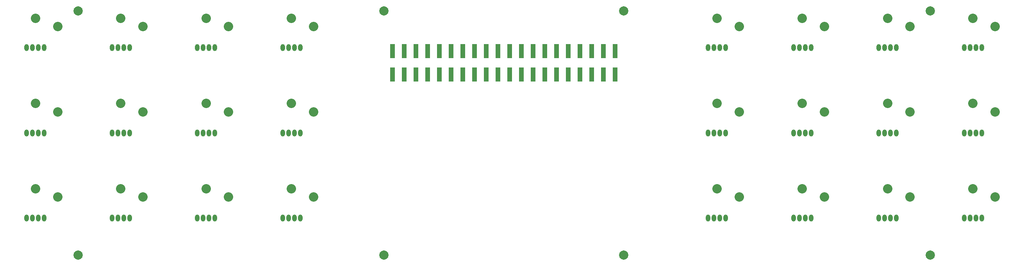
<source format=gts>
G04 #@! TF.FileFunction,Soldermask,Top*
%FSLAX46Y46*%
G04 Gerber Fmt 4.6, Leading zero omitted, Abs format (unit mm)*
G04 Created by KiCad (PCBNEW 4.0.7) date 09/25/20 21:30:28*
%MOMM*%
%LPD*%
G01*
G04 APERTURE LIST*
%ADD10C,0.200000*%
%ADD11O,1.000000X1.500000*%
%ADD12R,1.000000X3.150000*%
%ADD13C,2.000000*%
%ADD14C,2.032000*%
G04 APERTURE END LIST*
D10*
D11*
X272905000Y-136500000D03*
X271635000Y-136500000D03*
X270365000Y-136500000D03*
X269095000Y-136500000D03*
X254405000Y-136500000D03*
X253135000Y-136500000D03*
X251865000Y-136500000D03*
X250595000Y-136500000D03*
X235905000Y-136500000D03*
X234635000Y-136500000D03*
X233365000Y-136500000D03*
X232095000Y-136500000D03*
X217405000Y-136500000D03*
X216135000Y-136500000D03*
X214865000Y-136500000D03*
X213595000Y-136500000D03*
X272905000Y-118000000D03*
X271635000Y-118000000D03*
X270365000Y-118000000D03*
X269095000Y-118000000D03*
X254405000Y-118000000D03*
X253135000Y-118000000D03*
X251865000Y-118000000D03*
X250595000Y-118000000D03*
X235905000Y-118000000D03*
X234635000Y-118000000D03*
X233365000Y-118000000D03*
X232095000Y-118000000D03*
X217405000Y-118000000D03*
X216135000Y-118000000D03*
X214865000Y-118000000D03*
X213595000Y-118000000D03*
X272905000Y-99500000D03*
X271635000Y-99500000D03*
X270365000Y-99500000D03*
X269095000Y-99500000D03*
X254405000Y-99500000D03*
X253135000Y-99500000D03*
X251865000Y-99500000D03*
X250595000Y-99500000D03*
X235905000Y-99500000D03*
X234635000Y-99500000D03*
X233365000Y-99500000D03*
X232095000Y-99500000D03*
X217405000Y-99500000D03*
X216135000Y-99500000D03*
X214865000Y-99500000D03*
X213595000Y-99500000D03*
D12*
X145120000Y-105275000D03*
X145120000Y-100225000D03*
X147660000Y-105275000D03*
X147660000Y-100225000D03*
X150200000Y-105275000D03*
X150200000Y-100225000D03*
X152740000Y-105275000D03*
X152740000Y-100225000D03*
X155280000Y-105275000D03*
X155280000Y-100225000D03*
X157820000Y-105275000D03*
X157820000Y-100225000D03*
X160360000Y-105275000D03*
X160360000Y-100225000D03*
X162900000Y-105275000D03*
X162900000Y-100225000D03*
X165440000Y-105275000D03*
X165440000Y-100225000D03*
X167980000Y-105275000D03*
X167980000Y-100225000D03*
X170520000Y-105275000D03*
X170520000Y-100225000D03*
X173060000Y-105275000D03*
X173060000Y-100225000D03*
X175600000Y-105275000D03*
X175600000Y-100225000D03*
X178140000Y-105275000D03*
X178140000Y-100225000D03*
X180680000Y-105275000D03*
X180680000Y-100225000D03*
X183220000Y-105275000D03*
X183220000Y-100225000D03*
X185760000Y-105275000D03*
X185760000Y-100225000D03*
X188300000Y-105275000D03*
X188300000Y-100225000D03*
X190840000Y-105275000D03*
X190840000Y-100225000D03*
X193380000Y-105275000D03*
X193380000Y-100225000D03*
D11*
X69655000Y-99500000D03*
X68385000Y-99500000D03*
X67115000Y-99500000D03*
X65845000Y-99500000D03*
X88155000Y-99500000D03*
X86885000Y-99500000D03*
X85615000Y-99500000D03*
X84345000Y-99500000D03*
X106655000Y-99500000D03*
X105385000Y-99500000D03*
X104115000Y-99500000D03*
X102845000Y-99500000D03*
X125155000Y-99500000D03*
X123885000Y-99500000D03*
X122615000Y-99500000D03*
X121345000Y-99500000D03*
X69655000Y-118000000D03*
X68385000Y-118000000D03*
X67115000Y-118000000D03*
X65845000Y-118000000D03*
X88155000Y-118000000D03*
X86885000Y-118000000D03*
X85615000Y-118000000D03*
X84345000Y-118000000D03*
X106655000Y-118000000D03*
X105385000Y-118000000D03*
X104115000Y-118000000D03*
X102845000Y-118000000D03*
X125155000Y-118000000D03*
X123885000Y-118000000D03*
X122615000Y-118000000D03*
X121345000Y-118000000D03*
X69655000Y-136500000D03*
X68385000Y-136500000D03*
X67115000Y-136500000D03*
X65845000Y-136500000D03*
X88155000Y-136500000D03*
X86885000Y-136500000D03*
X85615000Y-136500000D03*
X84345000Y-136500000D03*
X106655000Y-136500000D03*
X105385000Y-136500000D03*
X104115000Y-136500000D03*
X102845000Y-136500000D03*
X125155000Y-136500000D03*
X123885000Y-136500000D03*
X122615000Y-136500000D03*
X121345000Y-136500000D03*
D13*
X77000000Y-144500000D03*
X77000000Y-91500000D03*
X261750000Y-91500000D03*
X261750000Y-144500000D03*
X143250000Y-144500000D03*
X195250000Y-144500000D03*
X143250000Y-91500000D03*
X195250000Y-91500000D03*
D14*
X72550000Y-94900000D03*
X67750000Y-93100000D03*
X220300000Y-94900000D03*
X215500000Y-93100000D03*
X238800000Y-94900000D03*
X234000000Y-93100000D03*
X257300000Y-94900000D03*
X252500000Y-93100000D03*
X275800000Y-94900000D03*
X271000000Y-93100000D03*
X220300000Y-113400000D03*
X215500000Y-111600000D03*
X238800000Y-113400000D03*
X234000000Y-111600000D03*
X257300000Y-113400000D03*
X252500000Y-111600000D03*
X275800000Y-113400000D03*
X271000000Y-111600000D03*
X220300000Y-131900000D03*
X215500000Y-130100000D03*
X238800000Y-131900000D03*
X234000000Y-130100000D03*
X257300000Y-131900000D03*
X252500000Y-130100000D03*
X275800000Y-131900000D03*
X271000000Y-130100000D03*
X91050000Y-94900000D03*
X86250000Y-93100000D03*
X109550000Y-94900000D03*
X104750000Y-93100000D03*
X128050000Y-94900000D03*
X123250000Y-93100000D03*
X72550000Y-113400000D03*
X67750000Y-111600000D03*
X91050000Y-113400000D03*
X86250000Y-111600000D03*
X109550000Y-113400000D03*
X104750000Y-111600000D03*
X128050000Y-113400000D03*
X123250000Y-111600000D03*
X72550000Y-131900000D03*
X67750000Y-130100000D03*
X91050000Y-131900000D03*
X86250000Y-130100000D03*
X109550000Y-131900000D03*
X104750000Y-130100000D03*
X128050000Y-131900000D03*
X123250000Y-130100000D03*
M02*

</source>
